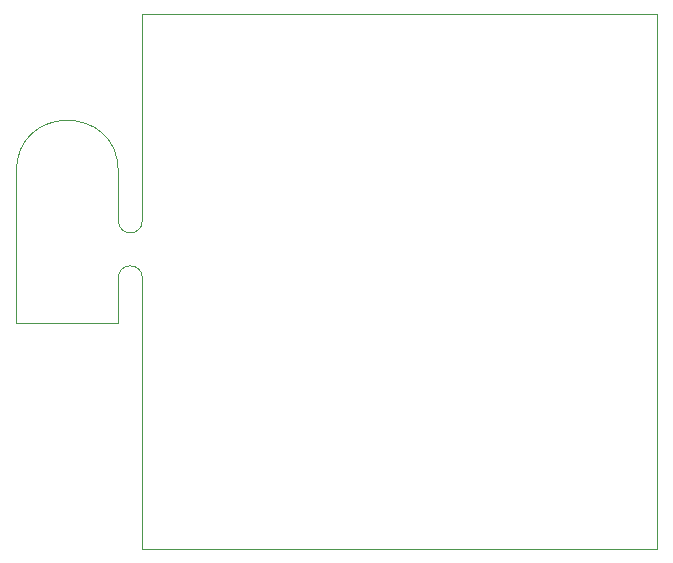
<source format=gbr>
%TF.GenerationSoftware,KiCad,Pcbnew,8.0.5*%
%TF.CreationDate,2024-09-28T10:16:11+02:00*%
%TF.ProjectId,Slave,536c6176-652e-46b6-9963-61645f706362,rev?*%
%TF.SameCoordinates,Original*%
%TF.FileFunction,Profile,NP*%
%FSLAX46Y46*%
G04 Gerber Fmt 4.6, Leading zero omitted, Abs format (unit mm)*
G04 Created by KiCad (PCBNEW 8.0.5) date 2024-09-28 10:16:11*
%MOMM*%
%LPD*%
G01*
G04 APERTURE LIST*
%TA.AperFunction,Profile*%
%ADD10C,0.050000*%
%TD*%
G04 APERTURE END LIST*
D10*
X32512000Y-82677000D02*
X32512000Y-59690000D01*
X21844000Y-63502189D02*
X30480000Y-63500000D01*
X30480000Y-59690000D02*
G75*
G02*
X32512000Y-59690000I1016000J0D01*
G01*
X32512000Y-54864000D02*
X32512000Y-37338000D01*
X76073000Y-82677000D02*
X32512000Y-82677000D01*
X30480000Y-59690000D02*
X30480000Y-63500000D01*
X21844000Y-50673000D02*
G75*
G02*
X30480000Y-50673000I4318000J0D01*
G01*
X32512000Y-54864000D02*
G75*
G02*
X30480000Y-54864000I-1016000J0D01*
G01*
X76073000Y-37338000D02*
X76073000Y-82677000D01*
X30480000Y-54864000D02*
X30480000Y-50673000D01*
X32512000Y-37338000D02*
X76073000Y-37338000D01*
X21844000Y-50673000D02*
X21844000Y-63501094D01*
M02*

</source>
